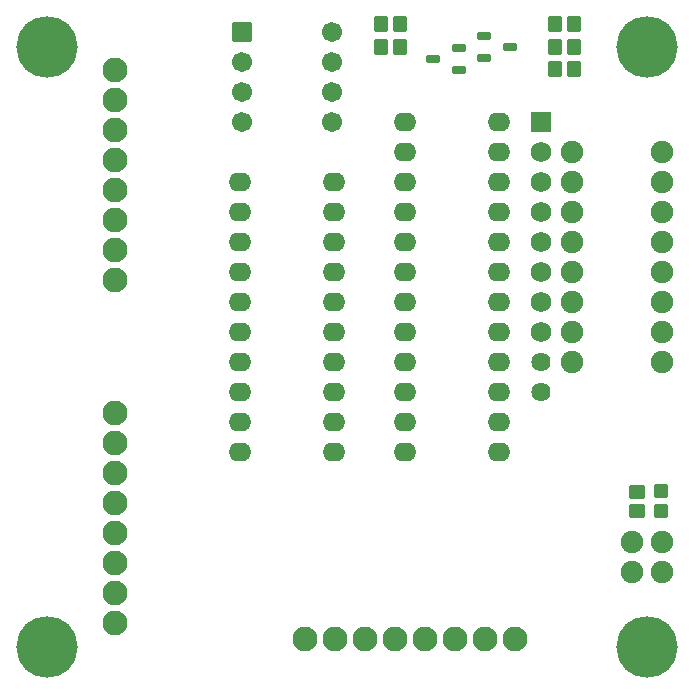
<source format=gts>
G04 Layer: TopSolderMaskLayer*
G04 Panelize: , Column: 2, Row: 2, Board Size: 58.42mm x 58.42mm, Panelized Board Size: 118.84mm x 118.84mm*
G04 EasyEDA v6.5.34, 2023-09-05 23:31:59*
G04 3ff1d21ffa584fb08a1032706516b83c,5a6b42c53f6a479593ecc07194224c93,10*
G04 Gerber Generator version 0.2*
G04 Scale: 100 percent, Rotated: No, Reflected: No *
G04 Dimensions in millimeters *
G04 leading zeros omitted , absolute positions ,4 integer and 5 decimal *
%FSLAX45Y45*%
%MOMM*%

%AMMACRO1*1,1,$1,$2,$3*1,1,$1,$4,$5*1,1,$1,0-$2,0-$3*1,1,$1,0-$4,0-$5*20,1,$1,$2,$3,$4,$5,0*20,1,$1,$4,$5,0-$2,0-$3,0*20,1,$1,0-$2,0-$3,0-$4,0-$5,0*20,1,$1,0-$4,0-$5,$2,$3,0*4,1,4,$2,$3,$4,$5,0-$2,0-$3,0-$4,0-$5,$2,$3,0*%
%ADD10MACRO1,0.1016X0.5188X-0.266X0.5188X0.266*%
%ADD11MACRO1,0.2032X-0.5X0.55X0.5X0.55*%
%ADD12MACRO1,0.1016X0.8001X0.8001X0.8001X-0.8001*%
%ADD13C,1.7018*%
%ADD14MACRO1,0.2032X0.5X-0.55X-0.5X-0.55*%
%ADD15O,1.9291046X1.5635986*%
%ADD16C,1.9016*%
%ADD17MACRO1,0.2032X0.762X0.762X0.762X-0.762*%
%ADD18C,1.7272*%
%ADD19C,1.6256*%
%ADD20MACRO1,0.2032X-0.5X0.45X0.5X0.45*%
%ADD21MACRO1,0.2032X-0.55X-0.5X-0.55X0.5*%
%ADD22MACRO1,0.1016X-0.5188X0.266X-0.5188X-0.266*%
%ADD23C,5.2032*%
%ADD24C,2.1016*%

%LPD*%
D10*
G01*
X3869325Y5264400D03*
G01*
X3869325Y5454399D03*
G01*
X3649074Y5359400D03*
D11*
G01*
X4842507Y5461000D03*
G01*
X4682507Y5461000D03*
G01*
X4842507Y5651500D03*
G01*
X4682507Y5651500D03*
G01*
X3369307Y5461000D03*
G01*
X3209307Y5461000D03*
G01*
X3369307Y5651500D03*
G01*
X3209307Y5651500D03*
D12*
G01*
X2032000Y5588000D03*
D13*
G01*
X2032000Y5334000D03*
G01*
X2032000Y5080000D03*
G01*
X2032000Y4826000D03*
G01*
X2794000Y4826000D03*
G01*
X2794000Y5080000D03*
G01*
X2794000Y5334000D03*
G01*
X2794000Y5588000D03*
D14*
G01*
X4682492Y5270500D03*
G01*
X4842492Y5270500D03*
D15*
G01*
X3412997Y4826000D03*
G01*
X4207002Y4826000D03*
G01*
X3412997Y4572000D03*
G01*
X4207002Y4572000D03*
G01*
X3412997Y4318000D03*
G01*
X4207002Y4318000D03*
G01*
X3412997Y4064000D03*
G01*
X4207002Y4064000D03*
G01*
X3412997Y3810000D03*
G01*
X4207002Y3810000D03*
G01*
X3412997Y3556000D03*
G01*
X4207002Y3556000D03*
G01*
X3412997Y3302000D03*
G01*
X4207002Y3302000D03*
G01*
X3412997Y3048000D03*
G01*
X4207002Y3048000D03*
G01*
X3412997Y2794000D03*
G01*
X4207002Y2794000D03*
G01*
X3412997Y2540000D03*
G01*
X4207002Y2540000D03*
G01*
X3412997Y2286000D03*
G01*
X4207002Y2286000D03*
G01*
X3412997Y2032000D03*
G01*
X4207002Y2032000D03*
G01*
X2015997Y4318000D03*
G01*
X2810002Y4318000D03*
G01*
X2015997Y4064000D03*
G01*
X2810002Y4064000D03*
G01*
X2015997Y3810000D03*
G01*
X2810002Y3810000D03*
G01*
X2015997Y3556000D03*
G01*
X2810002Y3556000D03*
G01*
X2015997Y3302000D03*
G01*
X2810002Y3302000D03*
G01*
X2015997Y3048000D03*
G01*
X2810002Y3048000D03*
G01*
X2015997Y2794000D03*
G01*
X2810002Y2794000D03*
G01*
X2015997Y2540000D03*
G01*
X2810002Y2540000D03*
G01*
X2015997Y2286000D03*
G01*
X2810002Y2286000D03*
G01*
X2015997Y2032000D03*
G01*
X2810002Y2032000D03*
D16*
G01*
X4826000Y2794000D03*
G01*
X4826000Y3048000D03*
G01*
X4826000Y3302000D03*
G01*
X4826000Y3556000D03*
G01*
X4826000Y3810000D03*
G01*
X4826000Y4064000D03*
G01*
X4826000Y4318000D03*
G01*
X4826000Y4572000D03*
G01*
X5588000Y2794000D03*
G01*
X5588000Y3048000D03*
G01*
X5588000Y3302000D03*
G01*
X5588000Y3556000D03*
G01*
X5588000Y3810000D03*
G01*
X5588000Y4064000D03*
G01*
X5588000Y4318000D03*
G01*
X5588000Y4572000D03*
D17*
G01*
X4559300Y4826000D03*
D18*
G01*
X4559300Y4572000D03*
G01*
X4559300Y4318000D03*
G01*
X4559300Y4064000D03*
G01*
X4559300Y3810000D03*
G01*
X4559300Y3556000D03*
G01*
X4559300Y3302000D03*
G01*
X4559300Y3048000D03*
D19*
G01*
X4559300Y2794000D03*
G01*
X4559300Y2540000D03*
D20*
G01*
X5575292Y1697908D03*
G01*
X5575292Y1527909D03*
D21*
G01*
X5372100Y1692907D03*
G01*
X5372100Y1532907D03*
D22*
G01*
X4080874Y5555999D03*
G01*
X4080874Y5366000D03*
G01*
X4301125Y5461000D03*
D23*
G01*
X5461000Y381000D03*
G01*
X381000Y381000D03*
G01*
X381000Y5461000D03*
G01*
X5461000Y5461000D03*
D24*
G01*
X956081Y3489197D03*
G01*
X956081Y3743197D03*
G01*
X956081Y3997197D03*
G01*
X956081Y4251197D03*
G01*
X956081Y4505197D03*
G01*
X956081Y4759197D03*
G01*
X956081Y5013197D03*
G01*
X956081Y5267197D03*
G01*
X956106Y2358897D03*
G01*
X956106Y2104897D03*
G01*
X956106Y1850897D03*
G01*
X956106Y1596897D03*
G01*
X956106Y1342897D03*
G01*
X956106Y1088897D03*
G01*
X956106Y834897D03*
G01*
X956106Y580897D03*
D16*
G01*
X5588000Y1016000D03*
G01*
X5334000Y1016000D03*
G01*
X5334000Y1270000D03*
G01*
X5588000Y1270000D03*
D24*
G01*
X4343400Y444500D03*
G01*
X4089400Y444500D03*
G01*
X3835400Y444500D03*
G01*
X3581400Y444500D03*
G01*
X3327400Y444500D03*
G01*
X3073400Y444500D03*
G01*
X2819400Y444500D03*
G01*
X2565400Y444500D03*
M02*

</source>
